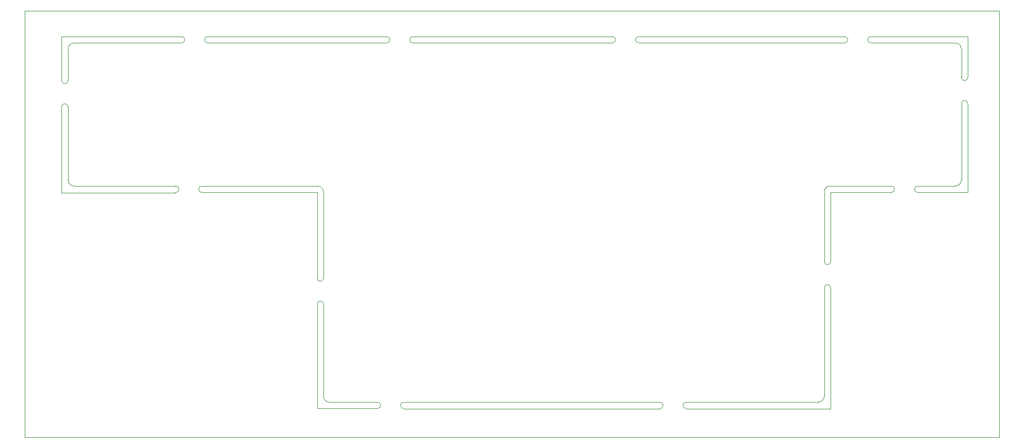
<source format=gbr>
%TF.GenerationSoftware,KiCad,Pcbnew,8.0.2*%
%TF.CreationDate,2025-02-09T16:12:03+01:00*%
%TF.ProjectId,FT25_AMS_Slave_fr,46543235-5f41-44d5-935f-536c6176655f,rev?*%
%TF.SameCoordinates,Original*%
%TF.FileFunction,Profile,NP*%
%FSLAX46Y46*%
G04 Gerber Fmt 4.6, Leading zero omitted, Abs format (unit mm)*
G04 Created by KiCad (PCBNEW 8.0.2) date 2025-02-09 16:12:03*
%MOMM*%
%LPD*%
G01*
G04 APERTURE LIST*
%TA.AperFunction,Profile*%
%ADD10C,0.050000*%
%TD*%
G04 APERTURE END LIST*
D10*
X158050000Y-75300000D02*
X191849121Y-75300000D01*
X86350000Y-99850000D02*
G75*
G02*
X86350000Y-98800000I0J525000D01*
G01*
X165825000Y-135350000D02*
G75*
G02*
X165825000Y-134300000I0J525000D01*
G01*
X57250000Y-70050000D02*
X217250000Y-70050000D01*
X217250000Y-140050000D01*
X57250000Y-140050000D01*
X57250000Y-70050000D01*
X188500000Y-99800007D02*
X188500000Y-111200000D01*
X191849121Y-74250823D02*
G75*
G02*
X191849121Y-75299177I-21J-524177D01*
G01*
X211000000Y-97800007D02*
G75*
G02*
X210000000Y-98800000I-1000000J7D01*
G01*
X212050000Y-80950000D02*
X212050000Y-74250000D01*
X105275000Y-113925000D02*
X105275000Y-99850000D01*
X189550000Y-111200000D02*
G75*
G02*
X188500000Y-111200000I-525000J0D01*
G01*
X106321117Y-99800007D02*
X106325000Y-113925000D01*
X158050000Y-75300000D02*
G75*
G02*
X158050000Y-74250000I0J525000D01*
G01*
X188500000Y-133300007D02*
G75*
G02*
X187500000Y-134300000I-1000000J7D01*
G01*
X187500000Y-134300000D02*
X165825000Y-134300000D01*
X87325000Y-74250000D02*
X116675823Y-74250000D01*
X119483302Y-135350000D02*
X161524121Y-135350000D01*
X64376127Y-76300007D02*
G75*
G02*
X65376127Y-75300027I999973J7D01*
G01*
X196150000Y-75300000D02*
X210000013Y-75300000D01*
X105275823Y-118225879D02*
G75*
G02*
X106324177Y-118225879I524177J0D01*
G01*
X203825000Y-98800000D02*
X210000000Y-98800000D01*
X63325000Y-85800000D02*
X63325000Y-99875000D01*
X199524121Y-99849177D02*
X189550000Y-99849177D01*
X203825000Y-99850000D02*
G75*
G02*
X203825000Y-98800000I0J525000D01*
G01*
X83024121Y-74250823D02*
X63325000Y-74250823D01*
X189503477Y-98800000D02*
X199524121Y-98800000D01*
X212050000Y-80950000D02*
G75*
G02*
X211000000Y-80950000I-525000J0D01*
G01*
X86350000Y-98800000D02*
X105321113Y-98800000D01*
X210000013Y-75300000D02*
G75*
G02*
X210999981Y-76293843I-13J-1000000D01*
G01*
X64375000Y-85800000D02*
X64376127Y-97803748D01*
X87325000Y-75300000D02*
X116675823Y-75300000D01*
X115182423Y-134300823D02*
G75*
G02*
X115182423Y-135349177I-23J-524177D01*
G01*
X83024121Y-75299177D02*
X65376127Y-75299177D01*
X120976702Y-74250000D02*
X153749121Y-74250000D01*
X64374177Y-81499121D02*
G75*
G02*
X63325823Y-81499121I-524177J0D01*
G01*
X63325000Y-85800000D02*
G75*
G02*
X64375000Y-85800000I525000J0D01*
G01*
X120976702Y-75300000D02*
X153749121Y-75300000D01*
X107321113Y-134300000D02*
G75*
G02*
X106321100Y-133300007I-13J1000000D01*
G01*
X153749121Y-74250823D02*
G75*
G02*
X153749121Y-75299177I-21J-524177D01*
G01*
X189550000Y-111200000D02*
X189550000Y-99849177D01*
X189549177Y-115500879D02*
X189549177Y-135350000D01*
X63325000Y-99875000D02*
X82049121Y-99875000D01*
X106324177Y-118225879D02*
X106321117Y-133300007D01*
X105321113Y-98800000D02*
G75*
G02*
X106321100Y-99800007I-13J-1000000D01*
G01*
X106325000Y-113925000D02*
G75*
G02*
X105275000Y-113925000I-525000J0D01*
G01*
X64376127Y-76300007D02*
X64376127Y-81499121D01*
X212025000Y-99850000D02*
X212049177Y-99850000D01*
X196150000Y-74250000D02*
X212050000Y-74250000D01*
X115182423Y-134300823D02*
X107321113Y-134300823D01*
X158050000Y-74250000D02*
X191849121Y-74250000D01*
X115182423Y-135349177D02*
X105275000Y-135349177D01*
X116675823Y-74250823D02*
G75*
G02*
X116675823Y-75299177I-23J-524177D01*
G01*
X119483302Y-135350000D02*
G75*
G02*
X119483302Y-134300000I-2J525000D01*
G01*
X161524121Y-134300823D02*
G75*
G02*
X161524121Y-135349177I-21J-524177D01*
G01*
X211000000Y-80950000D02*
X211000000Y-76293843D01*
X87325000Y-75300000D02*
G75*
G02*
X87325000Y-74250000I0J525000D01*
G01*
X199524121Y-98800823D02*
G75*
G02*
X199524121Y-99849177I-21J-524177D01*
G01*
X86350000Y-99850000D02*
X105275000Y-99850000D01*
X188500823Y-115500879D02*
G75*
G02*
X189549177Y-115500879I524177J0D01*
G01*
X196150000Y-75300000D02*
G75*
G02*
X196150000Y-74250000I0J525000D01*
G01*
X83024121Y-74250823D02*
G75*
G02*
X83024121Y-75299177I-21J-524177D01*
G01*
X212049177Y-85250879D02*
X212049177Y-99850000D01*
X211000823Y-85250879D02*
X211000823Y-97800007D01*
X188500823Y-115500879D02*
X188500000Y-133300007D01*
X211000823Y-85250879D02*
G75*
G02*
X212049177Y-85250879I524177J0D01*
G01*
X120976702Y-75300000D02*
G75*
G02*
X120976702Y-74250000I-2J525000D01*
G01*
X63325000Y-74250000D02*
X63325000Y-81499121D01*
X82049121Y-98775000D02*
G75*
G02*
X82049121Y-99875000I-21J-550000D01*
G01*
X203825000Y-99850000D02*
X212025000Y-99850000D01*
X105275823Y-118225879D02*
X105275000Y-135349177D01*
X165825000Y-135350000D02*
X189549177Y-135350000D01*
X65376113Y-98800000D02*
G75*
G02*
X64376107Y-97803748I-13J1000000D01*
G01*
X65376113Y-98800000D02*
X82049121Y-98775000D01*
X161524121Y-134300823D02*
X119483302Y-134300823D01*
X188500000Y-99800007D02*
G75*
G02*
X189503477Y-98800006I1000000J7D01*
G01*
M02*

</source>
